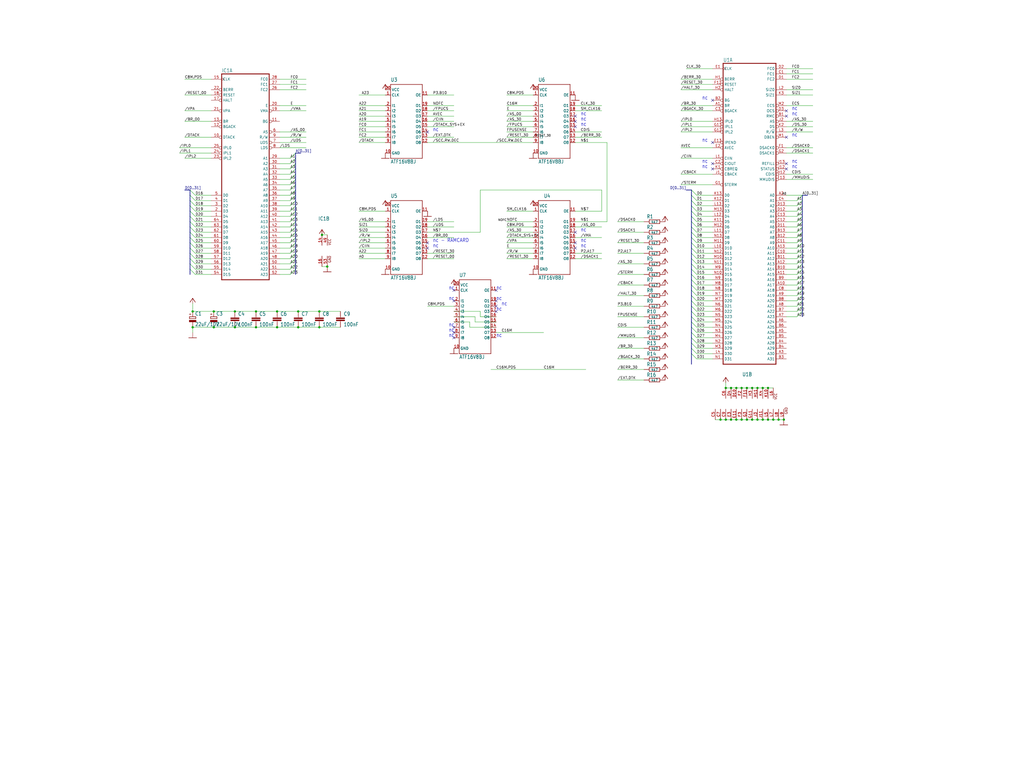
<source format=kicad_sch>
(kicad_sch (version 20250114) (generator "eeschema") (generator_version "9.0")
  (paper "User" 492.76 365.735)
  (text "nc" (at 279.4 58.42 0) (effects (font (size 1.778 1.5113)) (justify left bottom)))
  (text "nc" (at 279.4 119.38 0) (effects (font (size 1.778 1.5113)) (justify left bottom)))
  (text "nc" (at 215.9 144.78 0) (effects (font (size 1.778 1.5113)) (justify left bottom)))
  (text "nc" (at 337.82 48.26 0) (effects (font (size 1.778 1.5113)) (justify left bottom)))
  (text "nc" (at 215.9 160.02 0) (effects (font (size 1.778 1.5113)) (justify left bottom)))
  (text "nc" (at 381 53.34 0) (effects (font (size 1.778 1.5113)) (justify left bottom)))
  (text "nc" (at 381 66.04 0) (effects (font (size 1.778 1.5113)) (justify left bottom)))
  (text "nc" (at 208.28 119.38 0) (effects (font (size 1.778 1.5113)) (justify left bottom)))
  (text "nc" (at 337.82 81.28 0) (effects (font (size 1.778 1.5113)) (justify left bottom)))
  (text "nc" (at 337.82 68.58 0) (effects (font (size 1.778 1.5113)) (justify left bottom)))
  (text "nc" (at 208.28 63.5 0) (effects (font (size 1.778 1.5113)) (justify left bottom)))
  (text "nc" (at 279.4 55.88 0) (effects (font (size 1.778 1.5113)) (justify left bottom)))
  (text "nc" (at 215.9 139.7 0) (effects (font (size 1.778 1.5113)) (justify left bottom)))
  (text "nc" (at 337.82 78.74 0) (effects (font (size 1.778 1.5113)) (justify left bottom)))
  (text "nc" (at 215.9 157.48 0) (effects (font (size 1.778 1.5113)) (justify left bottom)))
  (text "nc - RAMCARD" (at 208.28 116.84 0) (effects (font (size 1.778 1.5113)) (justify left bottom)))
  (text "nc" (at 279.4 60.96 0) (effects (font (size 1.778 1.5113)) (justify left bottom)))
  (text "nc" (at 238.76 139.7 0) (effects (font (size 1.778 1.5113)) (justify left bottom)))
  (text "nc" (at 279.4 116.84 0) (effects (font (size 1.778 1.5113)) (justify left bottom)))
  (text "nc" (at 381 78.74 0) (effects (font (size 1.778 1.5113)) (justify left bottom)))
  (text "nc" (at 238.76 144.78 0) (effects (font (size 1.778 1.5113)) (justify left bottom)))
  (text "nc" (at 381 55.88 0) (effects (font (size 1.778 1.5113)) (justify left bottom)))
  (text "nc" (at 279.4 111.76 0) (effects (font (size 1.778 1.5113)) (justify left bottom)))
  (text "nc" (at 238.76 162.56 0) (effects (font (size 1.778 1.5113)) (justify left bottom)))
  (text "nc" (at 238.76 149.86 0) (effects (font (size 1.778 1.5113)) (justify left bottom)))
  (text "nc" (at 241.3 147.32 0) (effects (font (size 1.778 1.5113)) (justify left bottom)))
  (text "nc" (at 381 81.28 0) (effects (font (size 1.778 1.5113)) (justify left bottom)))
  (text "nc" (at 215.9 162.56 0) (effects (font (size 1.778 1.5113)) (justify left bottom)))
  (junction (at 369.57 186.69))
  (junction (at 359.41 201.93))
  (junction (at 349.25 201.93))
  (junction (at 367.03 201.93))
  (junction (at 123.19 157.48))
  (junction (at 364.49 201.93))
  (junction (at 361.95 201.93))
  (junction (at 92.71 157.48))
  (junction (at 369.57 201.93))
  (junction (at 356.87 201.93))
  (junction (at 361.95 186.69))
  (junction (at 377.19 201.93))
  (junction (at 143.51 157.48))
  (junction (at 359.41 186.69))
  (junction (at 351.79 201.93))
  (junction (at 354.33 201.93))
  (junction (at 349.25 186.69))
  (junction (at 154.94 113.03))
  (junction (at 153.67 149.86))
  (junction (at 143.51 149.86))
  (junction (at 351.79 186.69))
  (junction (at 374.65 201.93))
  (junction (at 123.19 149.86))
  (junction (at 133.35 157.48))
  (junction (at 113.03 149.86))
  (junction (at 346.71 201.93))
  (junction (at 102.87 157.48))
  (junction (at 153.67 157.48))
  (junction (at 364.49 186.69))
  (junction (at 92.71 149.86))
  (junction (at 157.48 128.27))
  (junction (at 372.11 201.93))
  (junction (at 356.87 186.69))
  (junction (at 367.03 186.69))
  (junction (at 133.35 149.86))
  (junction (at 113.03 157.48))
  (junction (at 354.33 186.69))
  (junction (at 102.87 149.86))
  (no_connect (at 218.44 139.7))
  (no_connect (at 218.44 162.56))
  (no_connect (at 276.86 58.42))
  (no_connect (at 238.76 139.7))
  (no_connect (at 276.86 60.96))
  (no_connect (at 238.76 147.32))
  (no_connect (at 342.9 48.26))
  (no_connect (at 276.86 55.88))
  (no_connect (at 205.74 119.38))
  (no_connect (at 378.46 81.28))
  (no_connect (at 205.74 63.5))
  (no_connect (at 378.46 55.88))
  (no_connect (at 218.44 160.02))
  (no_connect (at 238.76 144.78))
  (no_connect (at 276.86 111.76))
  (no_connect (at 378.46 78.74))
  (no_connect (at 218.44 144.78))
  (no_connect (at 276.86 119.38))
  (no_connect (at 238.76 149.86))
  (no_connect (at 342.9 68.58))
  (no_connect (at 342.9 81.28))
  (no_connect (at 378.46 53.34))
  (no_connect (at 218.44 157.48))
  (no_connect (at 378.46 66.04))
  (no_connect (at 342.9 78.74))
  (no_connect (at 205.74 116.84))
  (no_connect (at 276.86 116.84))
  (bus_entry (at 93.98 99.06) (size -2.54 -2.54))
  (bus_entry (at 335.28 172.72) (size -2.54 -2.54))
  (bus_entry (at 335.28 149.86) (size -2.54 -2.54))
  (bus_entry (at 335.28 154.94) (size -2.54 -2.54))
  (bus_entry (at 139.7 124.46) (size 2.54 -2.54))
  (bus_entry (at 383.54 96.52) (size 2.54 -2.54))
  (bus_entry (at 139.7 101.6) (size 2.54 -2.54))
  (bus_entry (at 335.28 165.1) (size -2.54 -2.54))
  (bus_entry (at 139.7 106.68) (size 2.54 -2.54))
  (bus_entry (at 139.7 93.98) (size 2.54 -2.54))
  (bus_entry (at 383.54 142.24) (size 2.54 -2.54))
  (bus_entry (at 139.7 114.3) (size 2.54 -2.54))
  (bus_entry (at 335.28 109.22) (size -2.54 -2.54))
  (bus_entry (at 139.7 81.28) (size 2.54 -2.54))
  (bus_entry (at 93.98 127) (size -2.54 -2.54))
  (bus_entry (at 383.54 134.62) (size 2.54 -2.54))
  (bus_entry (at 383.54 152.4) (size 2.54 -2.54))
  (bus_entry (at 139.7 96.52) (size 2.54 -2.54))
  (bus_entry (at 93.98 124.46) (size -2.54 -2.54))
  (bus_entry (at 383.54 149.86) (size 2.54 -2.54))
  (bus_entry (at 93.98 132.08) (size -2.54 -2.54))
  (bus_entry (at 139.7 127) (size 2.54 -2.54))
  (bus_entry (at 335.28 170.18) (size -2.54 -2.54))
  (bus_entry (at 383.54 127) (size 2.54 -2.54))
  (bus_entry (at 383.54 109.22) (size 2.54 -2.54))
  (bus_entry (at 335.28 167.64) (size -2.54 -2.54))
  (bus_entry (at 335.28 129.54) (size -2.54 -2.54))
  (bus_entry (at 335.28 111.76) (size -2.54 -2.54))
  (bus_entry (at 383.54 104.14) (size 2.54 -2.54))
  (bus_entry (at 335.28 137.16) (size -2.54 -2.54))
  (bus_entry (at 383.54 139.7) (size 2.54 -2.54))
  (bus_entry (at 139.7 119.38) (size 2.54 -2.54))
  (bus_entry (at 335.28 134.62) (size -2.54 -2.54))
  (bus_entry (at 383.54 111.76) (size 2.54 -2.54))
  (bus_entry (at 139.7 132.08) (size 2.54 -2.54))
  (bus_entry (at 383.54 116.84) (size 2.54 -2.54))
  (bus_entry (at 139.7 109.22) (size 2.54 -2.54))
  (bus_entry (at 383.54 144.78) (size 2.54 -2.54))
  (bus_entry (at 93.98 111.76) (size -2.54 -2.54))
  (bus_entry (at 335.28 93.98) (size -2.54 -2.54))
  (bus_entry (at 335.28 124.46) (size -2.54 -2.54))
  (bus_entry (at 335.28 106.68) (size -2.54 -2.54))
  (bus_entry (at 383.54 106.68) (size 2.54 -2.54))
  (bus_entry (at 93.98 109.22) (size -2.54 -2.54))
  (bus_entry (at 383.54 119.38) (size 2.54 -2.54))
  (bus_entry (at 139.7 129.54) (size 2.54 -2.54))
  (bus_entry (at 335.28 101.6) (size -2.54 -2.54))
  (bus_entry (at 335.28 157.48) (size -2.54 -2.54))
  (bus_entry (at 93.98 114.3) (size -2.54 -2.54))
  (bus_entry (at 335.28 119.38) (size -2.54 -2.54))
  (bus_entry (at 139.7 88.9) (size 2.54 -2.54))
  (bus_entry (at 383.54 124.46) (size 2.54 -2.54))
  (bus_entry (at 335.28 116.84) (size -2.54 -2.54))
  (bus_entry (at 139.7 99.06) (size 2.54 -2.54))
  (bus_entry (at 335.28 142.24) (size -2.54 -2.54))
  (bus_entry (at 139.7 86.36) (size 2.54 -2.54))
  (bus_entry (at 335.28 99.06) (size -2.54 -2.54))
  (bus_entry (at 335.28 162.56) (size -2.54 -2.54))
  (bus_entry (at 93.98 119.38) (size -2.54 -2.54))
  (bus_entry (at 383.54 99.06) (size 2.54 -2.54))
  (bus_entry (at 383.54 132.08) (size 2.54 -2.54))
  (bus_entry (at 335.28 132.08) (size -2.54 -2.54))
  (bus_entry (at 139.7 104.14) (size 2.54 -2.54))
  (bus_entry (at 93.98 129.54) (size -2.54 -2.54))
  (bus_entry (at 335.28 144.78) (size -2.54 -2.54))
  (bus_entry (at 383.54 137.16) (size 2.54 -2.54))
  (bus_entry (at 139.7 83.82) (size 2.54 -2.54))
  (bus_entry (at 335.28 121.92) (size -2.54 -2.54))
  (bus_entry (at 93.98 96.52) (size -2.54 -2.54))
  (bus_entry (at 93.98 106.68) (size -2.54 -2.54))
  (bus_entry (at 335.28 152.4) (size -2.54 -2.54))
  (bus_entry (at 335.28 96.52) (size -2.54 -2.54))
  (bus_entry (at 335.28 104.14) (size -2.54 -2.54))
  (bus_entry (at 383.54 101.6) (size 2.54 -2.54))
  (bus_entry (at 383.54 114.3) (size 2.54 -2.54))
  (bus_entry (at 335.28 127) (size -2.54 -2.54))
  (bus_entry (at 383.54 147.32) (size 2.54 -2.54))
  (bus_entry (at 335.28 160.02) (size -2.54 -2.54))
  (bus_entry (at 93.98 104.14) (size -2.54 -2.54))
  (bus_entry (at 139.7 76.2) (size 2.54 -2.54))
  (bus_entry (at 139.7 111.76) (size 2.54 -2.54))
  (bus_entry (at 383.54 121.92) (size 2.54 -2.54))
  (bus_entry (at 139.7 91.44) (size 2.54 -2.54))
  (bus_entry (at 335.28 147.32) (size -2.54 -2.54))
  (bus_entry (at 139.7 78.74) (size 2.54 -2.54))
  (bus_entry (at 139.7 121.92) (size 2.54 -2.54))
  (bus_entry (at 383.54 129.54) (size 2.54 -2.54))
  (bus_entry (at 93.98 121.92) (size -2.54 -2.54))
  (bus_entry (at 93.98 93.98) (size -2.54 -2.54))
  (bus_entry (at 93.98 116.84) (size -2.54 -2.54))
  (bus_entry (at 335.28 139.7) (size -2.54 -2.54))
  (bus_entry (at 93.98 101.6) (size -2.54 -2.54))
  (bus_entry (at 139.7 116.84) (size 2.54 -2.54))
  (bus_entry (at 335.28 114.3) (size -2.54 -2.54))
  (wire (pts (xy 378.46 101.6) (xy 383.54 101.6)))
  (wire (pts (xy 133.35 157.48) (xy 143.51 157.48)))
  (wire (pts (xy 342.9 119.38) (xy 335.28 119.38)))
  (wire (pts (xy 102.87 149.86) (xy 113.03 149.86)))
  (wire (pts (xy 292.1 106.68) (xy 276.86 106.68)))
  (bus (pts (xy 386.08 101.6) (xy 386.08 104.14)))
  (wire (pts (xy 185.42 66.04) (xy 172.72 66.04)))
  (wire (pts (xy 205.74 121.92) (xy 218.44 121.92)))
  (wire (pts (xy 378.46 137.16) (xy 383.54 137.16)))
  (bus (pts (xy 386.08 104.14) (xy 386.08 106.68)))
  (wire (pts (xy 134.62 127) (xy 139.7 127)))
  (bus (pts (xy 91.44 116.84) (xy 91.44 119.38)))
  (wire (pts (xy 256.54 66.04) (xy 243.84 66.04)))
  (wire (pts (xy 101.6 96.52) (xy 93.98 96.52)))
  (wire (pts (xy 342.9 170.18) (xy 335.28 170.18)))
  (wire (pts (xy 102.87 157.48) (xy 113.03 157.48)))
  (wire (pts (xy 92.71 149.86) (xy 102.87 149.86)))
  (wire (pts (xy 378.46 83.82) (xy 391.16 83.82)))
  (bus (pts (xy 332.74 124.46) (xy 332.74 127)))
  (wire (pts (xy 342.9 121.92) (xy 335.28 121.92)))
  (wire (pts (xy 92.71 146.05) (xy 92.71 149.86)))
  (wire (pts (xy 378.46 149.86) (xy 383.54 149.86)))
  (bus (pts (xy 142.24 91.44) (xy 142.24 93.98)))
  (wire (pts (xy 367.03 186.69) (xy 369.57 186.69)))
  (wire (pts (xy 147.32 38.1) (xy 134.62 38.1)))
  (wire (pts (xy 276.86 124.46) (xy 289.56 124.46)))
  (wire (pts (xy 101.6 124.46) (xy 93.98 124.46)))
  (wire (pts (xy 289.56 101.6) (xy 276.86 101.6)))
  (wire (pts (xy 342.9 142.24) (xy 335.28 142.24)))
  (wire (pts (xy 134.62 68.58) (xy 147.32 68.58)))
  (wire (pts (xy 342.9 139.7) (xy 335.28 139.7)))
  (bus (pts (xy 142.24 111.76) (xy 142.24 114.3)))
  (wire (pts (xy 185.42 111.76) (xy 172.72 111.76)))
  (bus (pts (xy 332.74 152.4) (xy 332.74 154.94)))
  (wire (pts (xy 101.6 53.34) (xy 88.9 53.34)))
  (bus (pts (xy 386.08 124.46) (xy 386.08 127)))
  (wire (pts (xy 218.44 124.46) (xy 205.74 124.46)))
  (wire (pts (xy 185.42 45.72) (xy 172.72 45.72)))
  (bus (pts (xy 386.08 144.78) (xy 386.08 147.32)))
  (bus (pts (xy 386.08 99.06) (xy 386.08 101.6)))
  (wire (pts (xy 342.9 152.4) (xy 335.28 152.4)))
  (bus (pts (xy 386.08 134.62) (xy 386.08 137.16)))
  (bus (pts (xy 332.74 119.38) (xy 332.74 121.92)))
  (wire (pts (xy 342.9 137.16) (xy 335.28 137.16)))
  (wire (pts (xy 309.88 111.76) (xy 297.18 111.76)))
  (wire (pts (xy 374.65 201.93) (xy 377.19 201.93)))
  (wire (pts (xy 378.46 109.22) (xy 383.54 109.22)))
  (wire (pts (xy 134.62 116.84) (xy 139.7 116.84)))
  (bus (pts (xy 91.44 109.22) (xy 91.44 111.76)))
  (wire (pts (xy 134.62 104.14) (xy 139.7 104.14)))
  (bus (pts (xy 142.24 116.84) (xy 142.24 119.38)))
  (wire (pts (xy 351.79 186.69) (xy 354.33 186.69)))
  (wire (pts (xy 309.88 147.32) (xy 297.18 147.32)))
  (bus (pts (xy 332.74 114.3) (xy 332.74 116.84)))
  (wire (pts (xy 218.44 53.34) (xy 205.74 53.34)))
  (wire (pts (xy 185.42 50.8) (xy 172.72 50.8)))
  (wire (pts (xy 101.6 116.84) (xy 93.98 116.84)))
  (bus (pts (xy 386.08 114.3) (xy 386.08 116.84)))
  (wire (pts (xy 391.16 33.02) (xy 378.46 33.02)))
  (wire (pts (xy 205.74 66.04) (xy 218.44 66.04)))
  (wire (pts (xy 342.9 53.34) (xy 327.66 53.34)))
  (bus (pts (xy 386.08 142.24) (xy 386.08 144.78)))
  (wire (pts (xy 342.9 106.68) (xy 335.28 106.68)))
  (bus (pts (xy 332.74 96.52) (xy 332.74 99.06)))
  (wire (pts (xy 113.03 149.86) (xy 123.19 149.86)))
  (bus (pts (xy 386.08 111.76) (xy 386.08 114.3)))
  (bus (pts (xy 332.74 137.16) (xy 332.74 139.7)))
  (wire (pts (xy 153.67 149.86) (xy 163.83 149.86)))
  (bus (pts (xy 386.08 139.7) (xy 386.08 142.24)))
  (wire (pts (xy 342.9 33.02) (xy 330.2 33.02)))
  (wire (pts (xy 342.9 129.54) (xy 335.28 129.54)))
  (bus (pts (xy 388.62 93.98) (xy 386.08 93.98)))
  (bus (pts (xy 142.24 127) (xy 142.24 129.54)))
  (wire (pts (xy 134.62 124.46) (xy 139.7 124.46)))
  (bus (pts (xy 142.24 109.22) (xy 142.24 111.76)))
  (bus (pts (xy 91.44 121.92) (xy 91.44 124.46)))
  (wire (pts (xy 378.46 71.12) (xy 391.16 71.12)))
  (wire (pts (xy 205.74 55.88) (xy 218.44 55.88)))
  (wire (pts (xy 147.32 43.18) (xy 134.62 43.18)))
  (wire (pts (xy 297.18 132.08) (xy 309.88 132.08)))
  (wire (pts (xy 346.71 201.93) (xy 349.25 201.93)))
  (bus (pts (xy 332.74 154.94) (xy 332.74 157.48)))
  (bus (pts (xy 142.24 88.9) (xy 142.24 91.44)))
  (wire (pts (xy 378.46 134.62) (xy 383.54 134.62)))
  (bus (pts (xy 91.44 124.46) (xy 91.44 127)))
  (wire (pts (xy 134.62 106.68) (xy 139.7 106.68)))
  (wire (pts (xy 276.86 114.3) (xy 289.56 114.3)))
  (bus (pts (xy 332.74 93.98) (xy 332.74 96.52)))
  (wire (pts (xy 276.86 63.5) (xy 289.56 63.5)))
  (wire (pts (xy 297.18 167.64) (xy 309.88 167.64)))
  (wire (pts (xy 101.6 132.08) (xy 93.98 132.08)))
  (wire (pts (xy 134.62 96.52) (xy 139.7 96.52)))
  (wire (pts (xy 134.62 129.54) (xy 139.7 129.54)))
  (wire (pts (xy 101.6 111.76) (xy 93.98 111.76)))
  (bus (pts (xy 142.24 93.98) (xy 142.24 96.52)))
  (bus (pts (xy 332.74 157.48) (xy 332.74 160.02)))
  (wire (pts (xy 205.74 50.8) (xy 218.44 50.8)))
  (wire (pts (xy 134.62 101.6) (xy 139.7 101.6)))
  (wire (pts (xy 364.49 201.93) (xy 367.03 201.93)))
  (wire (pts (xy 378.46 124.46) (xy 383.54 124.46)))
  (wire (pts (xy 342.9 104.14) (xy 335.28 104.14)))
  (wire (pts (xy 327.66 40.64) (xy 342.9 40.64)))
  (bus (pts (xy 142.24 121.92) (xy 142.24 124.46)))
  (wire (pts (xy 361.95 201.93) (xy 364.49 201.93)))
  (bus (pts (xy 332.74 109.22) (xy 332.74 111.76)))
  (wire (pts (xy 101.6 106.68) (xy 93.98 106.68)))
  (wire (pts (xy 231.14 149.86) (xy 231.14 152.4)))
  (wire (pts (xy 134.62 53.34) (xy 147.32 53.34)))
  (wire (pts (xy 342.9 172.72) (xy 335.28 172.72)))
  (wire (pts (xy 378.46 93.98) (xy 386.08 93.98)))
  (wire (pts (xy 256.54 109.22) (xy 243.84 109.22)))
  (wire (pts (xy 236.22 177.8) (xy 281.94 177.8)))
  (wire (pts (xy 205.74 114.3) (xy 218.44 114.3)))
  (wire (pts (xy 218.44 154.94) (xy 226.06 154.94)))
  (bus (pts (xy 386.08 116.84) (xy 386.08 119.38)))
  (wire (pts (xy 378.46 50.8) (xy 391.16 50.8)))
  (bus (pts (xy 144.78 73.66) (xy 142.24 73.66)))
  (bus (pts (xy 332.74 121.92) (xy 332.74 124.46)))
  (wire (pts (xy 354.33 186.69) (xy 356.87 186.69)))
  (wire (pts (xy 297.18 121.92) (xy 309.88 121.92)))
  (wire (pts (xy 185.42 101.6) (xy 172.72 101.6)))
  (wire (pts (xy 276.86 121.92) (xy 289.56 121.92)))
  (wire (pts (xy 185.42 60.96) (xy 172.72 60.96)))
  (wire (pts (xy 327.66 58.42) (xy 342.9 58.42)))
  (wire (pts (xy 231.14 111.76) (xy 231.14 91.44)))
  (wire (pts (xy 134.62 114.3) (xy 139.7 114.3)))
  (wire (pts (xy 134.62 88.9) (xy 139.7 88.9)))
  (bus (pts (xy 91.44 106.68) (xy 91.44 109.22)))
  (wire (pts (xy 276.86 66.04) (xy 289.56 66.04)))
  (bus (pts (xy 332.74 134.62) (xy 332.74 137.16)))
  (wire (pts (xy 378.46 127) (xy 383.54 127)))
  (bus (pts (xy 91.44 114.3) (xy 91.44 116.84)))
  (bus (pts (xy 91.44 101.6) (xy 91.44 104.14)))
  (wire (pts (xy 344.17 201.93) (xy 346.71 201.93)))
  (wire (pts (xy 205.74 68.58) (xy 256.54 68.58)))
  (wire (pts (xy 185.42 53.34) (xy 172.72 53.34)))
  (wire (pts (xy 342.9 76.2) (xy 327.66 76.2)))
  (wire (pts (xy 113.03 157.48) (xy 123.19 157.48)))
  (wire (pts (xy 378.46 104.14) (xy 383.54 104.14)))
  (bus (pts (xy 91.44 99.06) (xy 91.44 101.6)))
  (bus (pts (xy 91.44 129.54) (xy 91.44 132.08)))
  (bus (pts (xy 91.44 104.14) (xy 91.44 106.68)))
  (bus (pts (xy 142.24 114.3) (xy 142.24 116.84)))
  (wire (pts (xy 134.62 76.2) (xy 139.7 76.2)))
  (wire (pts (xy 134.62 109.22) (xy 139.7 109.22)))
  (bus (pts (xy 332.74 142.24) (xy 332.74 144.78)))
  (wire (pts (xy 378.46 139.7) (xy 383.54 139.7)))
  (wire (pts (xy 378.46 114.3) (xy 383.54 114.3)))
  (wire (pts (xy 356.87 186.69) (xy 359.41 186.69)))
  (wire (pts (xy 101.6 76.2) (xy 88.9 76.2)))
  (wire (pts (xy 367.03 201.93) (xy 369.57 201.93)))
  (wire (pts (xy 101.6 99.06) (xy 93.98 99.06)))
  (wire (pts (xy 369.57 201.93) (xy 372.11 201.93)))
  (wire (pts (xy 231.14 111.76) (xy 205.74 111.76)))
  (wire (pts (xy 185.42 68.58) (xy 172.72 68.58)))
  (bus (pts (xy 142.24 73.66) (xy 142.24 76.2)))
  (wire (pts (xy 342.9 127) (xy 335.28 127)))
  (bus (pts (xy 386.08 109.22) (xy 386.08 111.76)))
  (wire (pts (xy 378.46 106.68) (xy 383.54 106.68)))
  (wire (pts (xy 342.9 38.1) (xy 327.66 38.1)))
  (wire (pts (xy 391.16 38.1) (xy 378.46 38.1)))
  (bus (pts (xy 332.74 165.1) (xy 332.74 167.64)))
  (wire (pts (xy 153.67 157.48) (xy 163.83 157.48)))
  (bus (pts (xy 332.74 132.08) (xy 332.74 134.62)))
  (wire (pts (xy 378.46 45.72) (xy 391.16 45.72)))
  (wire (pts (xy 154.94 128.27) (xy 157.48 128.27)))
  (wire (pts (xy 101.6 38.1) (xy 88.9 38.1)))
  (bus (pts (xy 386.08 137.16) (xy 386.08 139.7)))
  (wire (pts (xy 147.32 50.8) (xy 134.62 50.8)))
  (wire (pts (xy 349.25 184.15) (xy 349.25 186.69)))
  (wire (pts (xy 101.6 104.14) (xy 93.98 104.14)))
  (wire (pts (xy 185.42 55.88) (xy 172.72 55.88)))
  (wire (pts (xy 228.6 154.94) (xy 238.76 154.94)))
  (bus (pts (xy 142.24 81.28) (xy 142.24 83.82)))
  (bus (pts (xy 91.44 119.38) (xy 91.44 121.92)))
  (wire (pts (xy 378.46 73.66) (xy 391.16 73.66)))
  (wire (pts (xy 101.6 45.72) (xy 88.9 45.72)))
  (bus (pts (xy 386.08 147.32) (xy 386.08 149.86)))
  (bus (pts (xy 386.08 96.52) (xy 386.08 99.06)))
  (wire (pts (xy 342.9 93.98) (xy 335.28 93.98)))
  (wire (pts (xy 134.62 132.08) (xy 139.7 132.08)))
  (wire (pts (xy 231.14 152.4) (xy 238.76 152.4)))
  (wire (pts (xy 378.46 132.08) (xy 383.54 132.08)))
  (bus (pts (xy 332.74 106.68) (xy 332.74 109.22)))
  (wire (pts (xy 243.84 106.68) (xy 256.54 106.68)))
  (bus (pts (xy 332.74 116.84) (xy 332.74 119.38)))
  (bus (pts (xy 332.74 91.44) (xy 332.74 93.98)))
  (wire (pts (xy 297.18 127) (xy 309.88 127)))
  (wire (pts (xy 134.62 121.92) (xy 139.7 121.92)))
  (wire (pts (xy 378.46 60.96) (xy 391.16 60.96)))
  (bus (pts (xy 332.74 111.76) (xy 332.74 114.3)))
  (bus (pts (xy 386.08 127) (xy 386.08 129.54)))
  (wire (pts (xy 309.88 106.68) (xy 297.18 106.68)))
  (wire (pts (xy 378.46 86.36) (xy 391.16 86.36)))
  (wire (pts (xy 378.46 111.76) (xy 383.54 111.76)))
  (wire (pts (xy 134.62 119.38) (xy 139.7 119.38)))
  (wire (pts (xy 378.46 142.24) (xy 383.54 142.24)))
  (wire (pts (xy 143.51 157.48) (xy 153.67 157.48)))
  (wire (pts (xy 256.54 116.84) (xy 243.84 116.84)))
  (wire (pts (xy 378.46 116.84) (xy 383.54 116.84)))
  (wire (pts (xy 309.88 157.48) (xy 297.18 157.48)))
  (wire (pts (xy 185.42 119.38) (xy 172.72 119.38)))
  (wire (pts (xy 256.54 50.8) (xy 243.84 50.8)))
  (wire (pts (xy 342.9 83.82) (xy 327.66 83.82)))
  (bus (pts (xy 386.08 93.98) (xy 386.08 96.52)))
  (wire (pts (xy 378.46 99.06) (xy 383.54 99.06)))
  (wire (pts (xy 256.54 111.76) (xy 243.84 111.76)))
  (wire (pts (xy 342.9 157.48) (xy 335.28 157.48)))
  (wire (pts (xy 134.62 81.28) (xy 139.7 81.28)))
  (wire (pts (xy 292.1 68.58) (xy 292.1 106.68)))
  (bus (pts (xy 91.44 93.98) (xy 91.44 96.52)))
  (wire (pts (xy 342.9 63.5) (xy 327.66 63.5)))
  (wire (pts (xy 378.46 152.4) (xy 383.54 152.4)))
  (wire (pts (xy 134.62 78.74) (xy 139.7 78.74)))
  (wire (pts (xy 342.9 147.32) (xy 335.28 147.32)))
  (wire (pts (xy 218.44 45.72) (xy 205.74 45.72)))
  (wire (pts (xy 297.18 177.8) (xy 309.88 177.8)))
  (bus (pts (xy 386.08 106.68) (xy 386.08 109.22)))
  (wire (pts (xy 101.6 129.54) (xy 93.98 129.54)))
  (wire (pts (xy 226.06 157.48) (xy 238.76 157.48)))
  (bus (pts (xy 332.74 139.7) (xy 332.74 142.24)))
  (wire (pts (xy 297.18 152.4) (xy 309.88 152.4)))
  (bus (pts (xy 386.08 132.08) (xy 386.08 134.62)))
  (wire (pts (xy 185.42 63.5) (xy 172.72 63.5)))
  (bus (pts (xy 88.9 91.44) (xy 91.44 91.44)))
  (wire (pts (xy 256.54 45.72) (xy 243.84 45.72)))
  (bus (pts (xy 142.24 104.14) (xy 142.24 106.68)))
  (wire (pts (xy 359.41 201.93) (xy 361.95 201.93)))
  (wire (pts (xy 256.54 63.5) (xy 243.84 63.5)))
  (bus (pts (xy 332.74 160.02) (xy 332.74 162.56)))
  (wire (pts (xy 342.9 111.76) (xy 335.28 111.76)))
  (bus (pts (xy 142.24 99.06) (xy 142.24 101.6)))
  (wire (pts (xy 101.6 93.98) (xy 93.98 93.98)))
  (wire (pts (xy 356.87 201.93) (xy 359.41 201.93)))
  (wire (pts (xy 342.9 50.8) (xy 327.66 50.8)))
  (wire (pts (xy 134.62 99.06) (xy 139.7 99.06)))
  (wire (pts (xy 147.32 66.04) (xy 134.62 66.04)))
  (wire (pts (xy 218.44 147.32) (xy 205.74 147.32)))
  (wire (pts (xy 297.18 142.24) (xy 309.88 142.24)))
  (bus (pts (xy 332.74 144.78) (xy 332.74 147.32)))
  (bus (pts (xy 142.24 124.46) (xy 142.24 127)))
  (wire (pts (xy 92.71 157.48) (xy 102.87 157.48)))
  (bus (pts (xy 332.74 162.56) (xy 332.74 165.1)))
  (wire (pts (xy 349.25 201.93) (xy 351.79 201.93)))
  (wire (pts (xy 342.9 154.94) (xy 335.28 154.94)))
  (bus (pts (xy 332.74 167.64) (xy 332.74 170.18)))
  (bus (pts (xy 332.74 101.6) (xy 332.74 104.14)))
  (wire (pts (xy 342.9 134.62) (xy 335.28 134.62)))
  (bus (pts (xy 142.24 78.74) (xy 142.24 81.28)))
  (wire (pts (xy 342.9 162.56) (xy 335.28 162.56)))
  (bus (pts (xy 91.44 111.76) (xy 91.44 114.3)))
  (wire (pts (xy 123.19 157.48) (xy 133.35 157.48)))
  (bus (pts (xy 91.44 127) (xy 91.44 129.54)))
  (wire (pts (xy 134.62 93.98) (xy 139.7 93.98)))
  (wire (pts (xy 276.86 53.34) (xy 289.56 53.34)))
  (wire (pts (xy 354.33 201.93) (xy 356.87 201.93)))
  (wire (pts (xy 391.16 35.56) (xy 378.46 35.56)))
  (bus (pts (xy 142.24 101.6) (xy 142.24 104.14)))
  (wire (pts (xy 359.41 186.69) (xy 361.95 186.69)))
  (bus (pts (xy 386.08 129.54) (xy 386.08 132.08)))
  (wire (pts (xy 342.9 144.78) (xy 335.28 144.78)))
  (wire (pts (xy 218.44 152.4) (xy 228.6 152.4)))
  (wire (pts (xy 123.19 149.86) (xy 133.35 149.86)))
  (wire (pts (xy 185.42 106.68) (xy 172.72 106.68)))
  (wire (pts (xy 101.6 119.38) (xy 93.98 119.38)))
  (wire (pts (xy 218.44 58.42) (xy 205.74 58.42)))
  (wire (pts (xy 185.42 114.3) (xy 172.72 114.3)))
  (wire (pts (xy 101.6 101.6) (xy 93.98 101.6)))
  (wire (pts (xy 101.6 127) (xy 93.98 127)))
  (wire (pts (xy 342.9 124.46) (xy 335.28 124.46)))
  (bus (pts (xy 332.74 91.44) (xy 330.2 91.44)))
  (wire (pts (xy 342.9 114.3) (xy 335.28 114.3)))
  (wire (pts (xy 256.54 58.42) (xy 243.84 58.42)))
  (wire (pts (xy 101.6 114.3) (xy 93.98 114.3)))
  (wire (pts (xy 226.06 154.94) (xy 226.06 157.48)))
  (wire (pts (xy 134.62 86.36) (xy 139.7 86.36)))
  (bus (pts (xy 142.24 96.52) (xy 142.24 99.06)))
  (wire (pts (xy 101.6 66.04) (xy 88.9 66.04)))
  (wire (pts (xy 276.86 50.8) (xy 289.56 50.8)))
  (wire (pts (xy 256.54 124.46) (xy 243.84 124.46)))
  (wire (pts (xy 342.9 165.1) (xy 335.28 165.1)))
  (wire (pts (xy 92.71 160.02) (xy 92.71 157.48)))
  (wire (pts (xy 369.57 186.69) (xy 372.11 186.69)))
  (wire (pts (xy 342.9 43.18) (xy 327.66 43.18)))
  (bus (pts (xy 332.74 127) (xy 332.74 129.54)))
  (wire (pts (xy 378.46 119.38) (xy 383.54 119.38)))
  (bus (pts (xy 386.08 119.38) (xy 386.08 121.92)))
  (wire (pts (xy 297.18 172.72) (xy 309.88 172.72)))
  (wire (pts (xy 205.74 106.68) (xy 218.44 106.68)))
  (wire (pts (xy 256.54 55.88) (xy 243.84 55.88)))
  (wire (pts (xy 378.46 129.54) (xy 383.54 129.54)))
  (wire (pts (xy 364.49 186.69) (xy 367.03 186.69)))
  (wire (pts (xy 185.42 124.46) (xy 172.72 124.46)))
  (wire (pts (xy 297.18 182.88) (xy 309.88 182.88)))
  (wire (pts (xy 342.9 71.12) (xy 327.66 71.12)))
  (wire (pts (xy 342.9 96.52) (xy 335.28 96.52)))
  (bus (pts (xy 142.24 76.2) (xy 142.24 78.74)))
  (wire (pts (xy 378.46 144.78) (xy 383.54 144.78)))
  (wire (pts (xy 218.44 149.86) (xy 231.14 149.86)))
  (bus (pts (xy 142.24 106.68) (xy 142.24 109.22)))
  (wire (pts (xy 134.62 83.82) (xy 139.7 83.82)))
  (wire (pts (xy 351.79 201.93) (xy 354.33 201.93)))
  (wire (pts (xy 205.74 60.96) (xy 218.44 60.96)))
  (bus (pts (xy 332.74 104.14) (xy 332.74 106.68)))
  (wire (pts (xy 327.66 60.96) (xy 342.9 60.96)))
  (wire (pts (xy 243.84 114.3) (xy 256.54 114.3)))
  (bus (pts (xy 332.74 149.86) (xy 332.74 152.4)))
  (wire (pts (xy 378.46 121.92) (xy 383.54 121.92)))
  (wire (pts (xy 342.9 167.64) (xy 335.28 167.64)))
  (wire (pts (xy 134.62 111.76) (xy 139.7 111.76)))
  (wire (pts (xy 378.46 43.18) (xy 391.16 43.18)))
  (wire (pts (xy 342.9 116.84) (xy 335.28 116.84)))
  (bus (pts (xy 332.74 170.18) (xy 332.74 175.26)))
  (wire (pts (xy 378.46 147.32) (xy 383.54 147.32)))
  (wire (pts (xy 378.46 63.5) (xy 391.16 63.5)))
  (wire (pts (xy 342.9 88.9) (xy 327.66 88.9)))
  (wire (pts (xy 101.6 121.92) (xy 93.98 121.92)))
  (bus (pts (xy 142.24 119.38) (xy 142.24 121.92)))
  (wire (pts (xy 342.9 132.08) (xy 335.28 132.08)))
  (wire (pts (xy 86.36 73.66) (xy 101.6 73.66)))
  (wire (pts (xy 342.9 160.02) (xy 335.28 160.02)))
  (wire (pts (xy 185.42 116.84) (xy 172.72 116.84)))
  (bus (pts (xy 142.24 83.82) (xy 142.24 86.36)))
  (wire (pts (xy 372.11 201.93) (xy 374.65 201.93)))
  (wire (pts (xy 231.14 91.44) (xy 289.56 91.44)))
  (wire (pts (xy 134.62 71.12) (xy 147.32 71.12)))
  (wire (pts (xy 134.62 91.44) (xy 139.7 91.44)))
  (wire (pts (xy 342.9 149.86) (xy 335.28 149.86)))
  (wire (pts (xy 349.25 186.69) (xy 351.79 186.69)))
  (bus (pts (xy 332.74 99.06) (xy 332.74 101.6)))
  (wire (pts (xy 228.6 152.4) (xy 228.6 154.94)))
  (wire (pts (xy 391.16 58.42) (xy 378.46 58.42)))
  (bus (pts (xy 142.24 86.36) (xy 142.24 88.9)))
  (wire (pts (xy 342.9 99.06) (xy 335.28 99.06)))
  (wire (pts (xy 309.88 116.84) (xy 297.18 116.84)))
  (wire (pts (xy 256.54 60.96) (xy 243.84 60.96)))
  (wire (pts (xy 154.94 113.03) (xy 157.48 113.03)))
  (wire (pts (xy 276.86 68.58) (xy 292.1 68.58)))
  (wire (pts (xy 297.18 137.16) (xy 309.88 137.16)))
  (wire (pts (xy 205.74 109.22) (xy 218.44 109.22)))
  (bus (pts (xy 91.44 91.44) (xy 91.44 93.98)))
  (wire (pts (xy 143.51 149.86) (xy 153.67 149.86)))
  (bus (pts (xy 332.74 129.54) (xy 332.74 132.08)))
  (bus (pts (xy 386.08 149.86) (xy 386.08 152.4)))
  (wire (pts (xy 256.54 119.38) (xy 243.84 119.38)))
  (wire (pts (xy 185.42 121.92) (xy 172.72 121.92)))
  (wire (pts (xy 147.32 40.64) (xy 134.62 40.64)))
  (wire (pts (xy 289.56 91.44) (xy 289.56 101.6)))
  (wire (pts (xy 147.32 63.5) (xy 134.62 63.5)))
  (bus (pts (xy 386.08 121.92) (xy 386.08 124.46)))
  (wire (pts (xy 256.54 53.34) (xy 243.84 53.34)))
  (bus (pts (xy 332.74 147.32) (xy 332.74 149.86)))
  (wire (pts (xy 261.62 160.02) (xy 238.76 160.02)))
  (wire (pts (xy 256.54 101.6) (xy 243.84 101.6)))
  (wire (pts (xy 88.9 58.42) (xy 101.6 58.42)))
  (wire (pts (xy 342.9 109.22) (xy 335.28 109.22)))
  (wire (pts (xy 378.46 96.52) (xy 383.54 96.52)))
  (wire (pts (xy 185.42 109.22) (xy 172.72 109.22)))
  (wire (pts (xy 361.95 186.69) (xy 364.49 186.69)))
  (wire (pts (xy 342.9 101.6) (xy 335.28 101.6)))
  (wire (pts (xy 86.36 71.12) (xy 101.6 71.12)))
  (wire (pts (xy 133.35 149.86) (xy 143.51 149.86)))
  (wire (pts (xy 101.6 109.22) (xy 93.98 109.22)))
  (wire (pts (xy 256.54 121.92) (xy 243.84 121.92)))
  (wire (pts (xy 185.42 58.42) (xy 172.72 58.42)))
  (wire (pts (xy 309.88 162.56) (xy 297.18 162.56)))
  (wire (pts (xy 276.86 109.22) (xy 289.56 109.22)))
  (bus (pts (xy 142.24 129.54) (xy 142.24 132.08)))
  (bus (pts (xy 91.44 96.52) (xy 91.44 99.06)))
  (label "FC1" (at 381 35.56 0) (effects (font (size 1.2446 1.2446))))
  (label "A13" (at 139.7 106.68 0) (effects (font (size 1.2446 1.2446))))
  (label "D28" (at 93.98 124.46 0) (effects (font (size 1.2446 1.2446))))
  (label "/BGACK_30" (at 327.66 53.34 0) (effects (font (size 1.2446 1.2446))))
  (label "/FPUCS" (at 208.28 53.34 0) (effects (font (size 1.2446 1.2446))))
  (label "A12" (at 139.7 104.14 0) (effects (font (size 1.2446 1.2446))))
  (label "/VPA" (at 243.84 116.84 0) (effects (font (size 1.2446 1.2446))))
  (label "A20" (at 172.72 55.88 0) (effects (font (size 1.2446 1.2446))))
  (label "A21" (at 383.54 147.32 0) (effects (font (size 1.2446 1.2446))))
  (label "D6" (at 335.28 109.22 0) (effects (font (size 1.2446 1.2446))))
  (label "/RESET_30" (at 208.28 121.92 0) (effects (font (size 1.2446 1.2446))))
  (label "D22" (at 93.98 109.22 0) (effects (font (size 1.2446 1.2446))))
  (label "SIZ1" (at 381 45.72 0) (effects (font (size 1.2446 1.2446))))
  (label "D30" (at 93.98 129.54 0) (effects (font (size 1.2446 1.2446))))
  (label "D5" (at 335.28 106.68 0) (effects (font (size 1.2446 1.2446))))
  (label "D28" (at 335.28 165.1 0) (effects (font (size 1.2446 1.2446))))
  (label "/DSACK1" (at 279.4 124.46 0) (effects (font (size 1.2446 1.2446))))
  (label "D4" (at 335.28 104.14 0) (effects (font (size 1.2446 1.2446))))
  (label "A19" (at 172.72 58.42 0) (effects (font (size 1.2446 1.2446))))
  (label "A3" (at 139.7 81.28 0) (effects (font (size 1.2446 1.2446))))
  (label "SIZ0" (at 381 43.18 0) (effects (font (size 1.2446 1.2446))))
  (label "D19" (at 335.28 142.24 0) (effects (font (size 1.2446 1.2446))))
  (label "/LDS" (at 208.28 106.68 0) (effects (font (size 1.2446 1.2446))))
  (label "A6" (at 383.54 109.22 0) (effects (font (size 1.2446 1.2446))))
  (label "/AS_30" (at 243.84 111.76 0) (effects (font (size 1.2446 1.2446))))
  (label "/RESET_00" (at 208.28 124.46 0) (effects (font (size 1.2446 1.2446))))
  (label "A8" (at 383.54 114.3 0) (effects (font (size 1.2446 1.2446))))
  (label "D27" (at 335.28 162.56 0) (effects (font (size 1.2446 1.2446))))
  (label "A17" (at 139.7 116.84 0) (effects (font (size 1.2446 1.2446))))
  (label "C8M.PDS" (at 205.74 147.32 0) (effects (font (size 1.2446 1.2446))))
  (label "/LDS" (at 134.62 71.12 0) (effects (font (size 1.2446 1.2446))))
  (label "A12" (at 383.54 124.46 0) (effects (font (size 1.2446 1.2446))))
  (label "D23" (at 335.28 152.4 0) (effects (font (size 1.2446 1.2446))))
  (label "ECS" (at 381 50.8 0) (effects (font (size 1.2446 1.2446))))
  (label "/R/W" (at 172.72 114.3 0) (effects (font (size 1.2446 1.2446))))
  (label "/IPL0" (at 86.36 71.12 0) (effects (font (size 1.2446 1.2446))))
  (label "A7" (at 139.7 91.44 0) (effects (font (size 1.2446 1.2446))))
  (label "N$7" (at 279.4 101.6 0) (effects (font (size 1.2446 1.2446))))
  (label "A4" (at 383.54 104.14 0) (effects (font (size 1.2446 1.2446))))
  (label "A10" (at 139.7 99.06 0) (effects (font (size 1.2446 1.2446))))
  (label "D26" (at 335.28 160.02 0) (effects (font (size 1.2446 1.2446))))
  (label "C16M.PDS" (at 238.76 177.8 0) (effects (font (size 1.2446 1.2446))))
  (label "NOFC" (at 243.84 106.68 0) (effects (font (size 1.2446 1.2446))))
  (label "A20" (at 139.7 124.46 0) (effects (font (size 1.2446 1.2446))))
  (label "P3.B10" (at 297.18 147.32 0) (effects (font (size 1.2446 1.2446))))
  (label "/BR_30" (at 327.66 50.8 0) (effects (font (size 1.2446 1.2446))))
  (label "D3" (at 335.28 101.6 0) (effects (font (size 1.2446 1.2446))))
  (label "P2.A17" (at 297.18 121.92 0) (effects (font (size 1.2446 1.2446))))
  (label "A16" (at 139.7 114.3 0) (effects (font (size 1.2446 1.2446))))
  (label "C16M" (at 261.62 177.8 0) (effects (font (size 1.2446 1.2446))))
  (label "D19" (at 93.98 101.6 0) (effects (font (size 1.2446 1.2446))))
  (label "/AS_30" (at 243.84 58.42 0) (effects (font (size 1.2446 1.2446))))
  (label "/VPA" (at 88.9 53.34 0) (effects (font (size 1.2446 1.2446))))
  (label "/DTACK_SYS+EX" (at 243.84 114.3 0) (effects (font (size 1.2446 1.2446))))
  (label "A11" (at 383.54 121.92 0) (effects (font (size 1.2446 1.2446))))
  (label "SIZ0" (at 172.72 111.76 0) (effects (font (size 1.2446 1.2446))))
  (label "/DTACK" (at 172.72 68.58 0) (effects (font (size 1.2446 1.2446))))
  (label "/VMA" (at 139.7 53.34 0) (effects (font (size 1.2446 1.2446))))
  (label "A3" (at 383.54 101.6 0) (effects (font (size 1.2446 1.2446))))
  (label "/AS_30" (at 297.18 127 0) (effects (font (size 1.2446 1.2446))))
  (label "/CIIN" (at 327.66 76.2 0) (effects (font (size 1.2446 1.2446))))
  (label "D30" (at 335.28 170.18 0) (effects (font (size 1.2446 1.2446))))
  (label "A8" (at 139.7 93.98 0) (effects (font (size 1.2446 1.2446))))
  (label "/BERR_30" (at 297.18 177.8 0) (effects (font (size 1.2446 1.2446))))
  (label "A0" (at 172.72 124.46 0) (effects (font (size 1.2446 1.2446))))
  (label "A20" (at 383.54 144.78 0) (effects (font (size 1.2446 1.2446))))
  (label "A7" (at 383.54 111.76 0) (effects (font (size 1.2446 1.2446))))
  (label "/STERM" (at 297.18 132.08 0) (effects (font (size 1.2446 1.2446))))
  (label "N$1" (at 279.4 68.58 0) (effects (font (size 1.2446 1.2446))))
  (label "A19" (at 139.7 121.92 0) (effects (font (size 1.2446 1.2446))))
  (label "A23" (at 173.99 45.72 0) (effects (font (size 1.2446 1.2446))))
  (label "A6" (at 139.7 88.9 0) (effects (font (size 1.2446 1.2446))))
  (label "/IPL1" (at 86.36 73.66 0) (effects (font (size 1.2446 1.2446))))
  (label "D7" (at 335.28 111.76 0) (effects (font (size 1.2446 1.2446))))
  (label "/IPL2" (at 88.9 76.2 0) (effects (font (size 1.2446 1.2446))))
  (label "E" (at 243.84 53.34 0) (effects (font (size 1.2446 1.2446))))
  (label "D25" (at 335.28 157.48 0) (effects (font (size 1.2446 1.2446))))
  (label "A21" (at 139.7 127 0) (effects (font (size 1.2446 1.2446))))
  (label "D16" (at 93.98 93.98 0) (effects (font (size 1.2446 1.2446))))
  (label "/FPUCS" (at 243.84 60.96 0) (effects (font (size 1.2446 1.2446))))
  (label "D27" (at 93.98 121.92 0) (effects (font (size 1.2446 1.2446))))
  (label "NOFC" (at 208.28 50.8 0) (effects (font (size 1.2446 1.2446))))
  (label "CDIS" (at 279.4 63.5 0) (effects (font (size 1.2446 1.2446))))
  (label "/UDS" (at 208.28 109.22 0) (effects (font (size 1.2446 1.2446))))
  (label "FC2" (at 139.7 43.18 0) (effects (font (size 1.2446 1.2446))))
  (label "A14" (at 383.54 129.54 0) (effects (font (size 1.2446 1.2446))))
  (label "A22" (at 172.72 121.92 0) (effects (font (size 1.2446 1.2446))))
  (label "D17" (at 335.28 137.16 0) (effects (font (size 1.2446 1.2446))))
  (label "A0" (at 378.46 93.98 180) (effects (font (size 1.016 1.016))))
  (label "E" (at 243.84 119.38 0) (effects (font (size 1.2446 1.2446))))
  (label "D11" (at 335.28 121.92 0) (effects (font (size 1.2446 1.2446))))
  (label "A22" (at 139.7 129.54 0) (effects (font (size 1.2446 1.2446))))
  (label "A5" (at 383.54 106.68 0) (effects (font (size 1.2446 1.2446))))
  (label "A15" (at 139.7 111.76 0) (effects (font (size 1.2446 1.2446))))
  (label "AVEC" (at 327.66 71.12 0) (effects (font (size 1.2446 1.2446))))
  (label "/RESET_30" (at 243.84 124.46 0) (effects (font (size 1.2446 1.2446))))
  (label "A22" (at 383.54 149.86 0) (effects (font (size 1.2446 1.2446))))
  (label "/IPL2" (at 327.66 63.5 0) (effects (font (size 1.2446 1.2446))))
  (label "/RESET_30" (at 327.66 40.64 0) (effects (font (size 1.2446 1.2446))))
  (label "/BERR_30" (at 279.4 66.04 0) (effects (font (size 1.2446 1.2446))))
  (label "A5" (at 139.7 86.36 0) (effects (font (size 1.2446 1.2446))))
  (label "A15" (at 383.54 132.08 0) (effects (font (size 1.2446 1.2446))))
  (label "/STERM" (at 327.66 88.9 0) (effects (font (size 1.2446 1.2446))))
  (label "A18" (at 383.54 139.7 0) (effects (font (size 1.2446 1.2446))))
  (label "FC0" (at 172.72 60.96 0) (effects (font (size 1.2446 1.2446))))
  (label "/DSACK0" (at 381 71.12 0) (effects (font (size 1.2446 1.2446))))
  (label "D23" (at 93.98 111.76 0) (effects (font (size 1.2446 1.2446))))
  (label "D24" (at 335.28 154.94 0) (effects (font (size 1.2446 1.2446))))
  (label "A1" (at 139.7 76.2 0) (effects (font (size 1.2446 1.2446))))
  (label "A23" (at 139.7 132.08 0) (effects (font (size 1.2446 1.2446))))
  (label "/RESET_30" (at 256.54 66.04 0) (effects (font (size 1.016 1.016))))
  (label "A4" (at 139.7 83.82 0) (effects (font (size 1.2446 1.2446))))
  (label "/BERR_30" (at 327.66 38.1 0) (effects (font (size 1.2446 1.2446))))
  (label "D12" (at 335.28 124.46 0) (effects (font (size 1.2446 1.2446))))
  (label "A22" (at 172.72 50.8 0) (effects (font (size 1.2446 1.2446))))
  (label "A2" (at 383.54 99.06 0) (effects (font (size 1.2446 1.2446))))
  (label "A23" (at 383.54 152.4 0) (effects (font (size 1.2446 1.2446))))
  (label "C16M" (at 241.3 160.02 0) (effects (font (size 1.2446 1.2446))))
  (label "D22" (at 335.28 149.86 0) (effects (font (size 1.2446 1.2446))))
  (label "/BGACK_30" (at 297.18 172.72 0) (effects (font (size 1.2446 1.2446))))
  (label "/BR_30" (at 297.18 167.64 0) (effects (font (size 1.2446 1.2446))))
  (label "A[0..31]" (at 142.24 73.66 0) (effects (font (size 1.2446 1.2446))))
  (label "FC0" (at 139.7 38.1 0) (effects (font (size 1.2446 1.2446))))
  (label "D18" (at 93.98 99.06 0) (effects (font (size 1.2446 1.2446))))
  (label "A14" (at 139.7 109.22 0) (effects (font (size 1.2446 1.2446))))
  (label "D21" (at 335.28 147.32 0) (effects (font (size 1.2446 1.2446))))
  (label "A17" (at 383.54 137.16 0) (effects (font (size 1.2446 1.2446))))
  (label "D15" (at 335.28 132.08 0) (effects (font (size 1.2446 1.2446))))
  (label "FC2" (at 172.72 66.04 0) (effects (font (size 1.2446 1.2446))))
  (label "D8" (at 335.28 114.3 0) (effects (font (size 1.2446 1.2446))))
  (label "/IPL2" (at 172.72 116.84 0) (effects (font (size 1.2446 1.2446))))
  (label "A[0..31]" (at 386.08 93.98 0) (effects (font (size 1.2446 1.2446))))
  (label "D9" (at 335.28 116.84 0) (effects (font (size 1.2446 1.2446))))
  (label "D21" (at 93.98 106.68 0) (effects (font (size 1.2446 1.2446))))
  (label "A1" (at 383.54 96.52 0) (effects (font (size 1.2446 1.2446))))
  (label "CDIS" (at 381 83.82 0) (effects (font (size 1.2446 1.2446))))
  (label "A9" (at 383.54 116.84 0) (effects (font (size 1.2446 1.2446))))
  (label "/AS_00" (at 279.4 109.22 0) (effects (font (size 1.2446 1.2446))))
  (label "D20" (at 93.98 104.14 0) (effects (font (size 1.2446 1.2446))))
  (label "/AS_30" (at 381 58.42 0) (effects (font (size 1.2446 1.2446))))
  (label "D10" (at 335.28 119.38 0) (effects (font (size 1.2446 1.2446))))
  (label "D[0..31]" (at 88.9 91.44 0) (effects (font (size 1.2446 1.2446))))
  (label "C16M" (at 243.84 50.8 0) (effects (font (size 1.2446 1.2446))))
  (label "/CBACK" (at 297.18 137.16 0) (effects (font (size 1.2446 1.2446))))
  (label "/DTACK_SYS+EX" (at 208.28 60.96 0) (effects (font (size 1.2446 1.2446))))
  (label "D18" (at 335.28 139.7 0) (effects (font (size 1.2446 1.2446))))
  (label "/RESET_30" (at 243.84 66.04 0) (effects (font (size 1.2446 1.2446))))
  (label "/DSACK1" (at 297.18 111.76 0) (effects (font (size 1.2446 1.2446))))
  (label "A2" (at 139.7 78.74 0) (effects (font (size 1.2446 1.2446))))
  (label "FC1" (at 172.72 63.5 0) (effects (font (size 1.2446 1.2446))))
  (label "/CBACK" (at 327.66 83.82 0) (effects (font (size 1.2446 1.2446))))
  (label "/R/W" (at 243.84 121.92 0) (effects (font (size 1.2446 1.2446))))
  (label "FC1" (at 139.7 40.64 0) (effects (font (size 1.2446 1.2446))))
  (label "FC0" (at 381 33.02 0) (effects (font (size 1.2446 1.2446))))
  (label "A16" (at 383.54 134.62 0) (effects (font (size 1.2446 1.2446))))
  (label "N$7" (at 208.28 111.76 0) (effects (font (size 1.2446 1.2446))))
  (label "/AS_00" (at 172.72 106.68 0) (effects (font (size 1.2446 1.2446))))
  (label "D0" (at 335.28 93.98 0) (effects (font (size 1.2446 1.2446))))
  (label "/EXT.DTK" (at 208.28 66.04 0) (effects (font (size 1.2446 1.2446))))
  (label "D31" (at 93.98 132.08 0) (effects (font (size 1.2446 1.2446))))
  (label "/DSACK1" (at 381 73.66 0) (effects (font (size 1.2446 1.2446))))
  (label "/DS_30" (at 381 60.96 0) (effects (font (size 1.2446 1.2446))))
  (label "NOFC" (at 243.84 106.68 180) (effects (font (size 1.016 1.016))))
  (label "D13" (at 335.28 127 0) (effects (font (size 1.2446 1.2446))))
  (label "/IPL0" (at 327.66 58.42 0) (effects (font (size 1.2446 1.2446))))
  (label "/R/W" (at 139.7 66.04 0) (effects (font (size 1.2446 1.2446))))
  (label "/AS_00" (at 139.7 63.5 0) (effects (font (size 1.2446 1.2446))))
  (label "C8M.PDS" (at 243.84 109.22 0) (effects (font (size 1.2446 1.2446))))
  (label "D29" (at 335.28 167.64 0) (effects (font (size 1.2446 1.2446))))
  (label "/HALT_30" (at 327.66 43.18 0) (effects (font (size 1.2446 1.2446))))
  (label "/DTACK" (at 88.9 66.04 0) (effects (font (size 1.2446 1.2446))))
  (label "/EXT.DTK" (at 297.18 182.88 0) (effects (font (size 1.2446 1.2446))))
  (label "/UDS" (at 139.7 68.58 0) (effects (font (size 1.2446 1.2446))))
  (label "/BR_00" (at 208.28 114.3 0) (effects (font (size 1.2446 1.2446))))
  (label "/CIIN" (at 208.28 58.42 0) (effects (font (size 1.2446 1.2446))))
  (label "FC2" (at 381 38.1 0) (effects (font (size 1.2446 1.2446))))
  (label "D14" (at 335.28 129.54 0) (effects (font (size 1.2446 1.2446))))
  (label "C8M.PDS" (at 88.9 38.1 0) (effects (font (size 1.2446 1.2446))))
  (label "/MMUDIS" (at 297.18 162.56 0) (effects (font (size 1.2446 1.2446))))
  (label "/VMA" (at 279.4 114.3 0) (effects (font (size 1.2446 1.2446))))
  (label "/BR_00" (at 88.9 58.42 0) (effects (font (size 1.2446 1.2446))))
  (label "/RESET_00" (at 88.9 45.72 0) (effects (font (size 1.2446 1.2446))))
  (label "C8M.PDS" (at 243.84 45.72 0) (effects (font (size 1.2446 1.2446))))
  (label "D25" (at 93.98 116.84 0) (effects (font (size 1.2446 1.2446))))
  (label "A9" (at 139.7 96.52 0) (effects (font (size 1.2446 1.2446))))
  (label "/CIIN" (at 172.72 119.38 0) (effects (font (size 1.2446 1.2446))))
  (label "D2" (at 335.28 99.06 0) (effects (font (size 1.2446 1.2446))))
  (label "A19" (at 383.54 142.24 0) (effects (font (size 1.2446 1.2446))))
  (label "FPUSENSE" (at 297.18 152.4 0) (effects (font (size 1.2446 1.2446))))
  (label "N$1" (at 279.4 106.68 0) (effects (font (size 1.2446 1.2446))))
  (label "/MMUDIS" (at 381 86.36 0) (effects (font (size 1.2446 1.2446))))
  (label "D1" (at 335.28 96.52 0) (effects (font (size 1.2446 1.2446))))
  (label "/R/W" (at 381 63.5 0) (effects (font (size 1.2446 1.2446))))
  (label "/SCC.RW.DEC" (at 238.76 68.58 0) (effects (font (size 1.2446 1.2446))))
  (label "A10" (at 383.54 119.38 0) (effects (font (size 1.2446 1.2446))))
  (label "D29" (at 93.98 127 0) (effects (font (size 1.2446 1.2446))))
  (label "D17" (at 93.98 96.52 0) (effects (font (size 1.2446 1.2446))))
  (label "D16" (at 335.28 134.62 0) (effects (font (size 1.2446 1.2446))))
  (label "/HALT_30" (at 297.18 142.24 0) (effects (font (size 1.2446 1.2446))))
  (label "D31" (at 335.28 172.72 0) (effects (font (size 1.2446 1.2446))))
  (label "A13" (at 383.54 127 0) (effects (font (size 1.2446 1.2446))))
  (label "SM_CLK16" (at 279.4 53.34 0) (effects (font (size 1.2446 1.2446))))
  (label "D20" (at 335.28 144.78 0) (effects (font (size 1.2446 1.2446))))
  (label "P2.A17" (at 279.4 121.92 0) (effects (font (size 1.2446 1.2446))))
  (label "/IPL1" (at 327.66 60.96 0) (effects (font (size 1.2446 1.2446))))
  (label "/DSACK0" (at 297.18 106.68 0) (effects (font (size 1.2446 1.2446))))
  (label "AVEC" (at 208.28 55.88 0) (effects (font (size 1.2446 1.2446))))
  (label "CLK_30" (at 279.4 50.8 0) (effects (font (size 1.2446 1.2446))))
  (label "D24" (at 93.98 114.3 0) (effects (font (size 1.2446 1.2446))))
  (label "SIZ1" (at 172.72 109.22 0) (effects (font (size 1.2446 1.2446))))
  (label "C8M.PDS" (at 172.72 101.6 0) (effects (font (size 1.2446 1.2446))))
  (label "D[0..31]" (at 330.2 91.44 180) (effects (font (size 1.2446 1.2446))))
  (label "A11" (at 139.7 101.6 0) (effects (font (size 1.2446 1.2446))))
  (label "P3.B10" (at 208.28 45.72 0) (effects (font (size 1.2446 1.2446))))
  (label "/AS_00" (at 243.84 55.88 0) (effects (font (size 1.2446 1.2446))))
  (label "/SCC.RW.DEC" (at 208.28 68.58 0) (effects (font (size 1.2446 1.2446))))
  (label "A18" (at 139.7 119.38 0) (effects (font (size 1.2446 1.2446))))
  (label "SM_CLK16" (at 243.84 101.6 0) (effects (font (size 1.2446 1.2446))))
  (label "E" (at 139.7 50.8 0) (effects (font (size 1.2446 1.2446))))
  (label "CDIS" (at 297.18 157.48 0) (effects (font (size 1.2446 1.2446))))
  (label "CLK_30" (at 330.2 33.02 0) (effects (font (size 1.2446 1.2446))))
  (label "A21" (at 172.72 53.34 0) (effects (font (size 1.2446 1.2446))))
  (label "/RESET_30" (at 297.18 116.84 0) (effects (font (size 1.2446 1.2446))))
  (label "FPUSENSE" (at 243.84 63.5 0) (effects (font (size 1.2446 1.2446))))
  (label "D26" (at 93.98 119.38 0) (effects (font (size 1.2446 1.2446))))
  (symbol (lib_id "Performer-SE-PL-CL-eagle-import:GND") (at 157.48 130.81 0) (unit 1)
    (property "Reference" "#GND04" (effects (hide yes)))
    (property "Value" "GND" (effects (hide yes)))
    (property "Footprint" "Performer-SE-PL-CL:" (effects (hide yes)))
  )
  (symbol (lib_id "Performer-SE-PL-CL-eagle-import:VCC") (at 320.04 149.86 0) (unit 1)
    (property "Reference" "#P+015" (effects (hide yes)))
    (property "Value" "VCC" (effects (hide yes)))
    (property "Footprint" "Performer-SE-PL-CL:" (effects (hide yes)))
  )
  (symbol (lib_id "Performer-SE-PL-CL-eagle-import:CPOL-EUC/6032-28W") (at 92.71 152.4 0) (unit 1)
    (property "Reference" "C1" (at 93.853 151.9174 0) (effects (font (size 1.778 1.5113)) (justify left bottom)))
    (property "Value" "22uF/10V" (at 93.853 156.9974 0) (effects (font (size 1.778 1.5113)) (justify left bottom)))
    (property "Footprint" "project:CP_EIA-6032-15_Kemet-U_Pad2.25x2.35mm_HandSolder" (effects (hide yes)))
  )
  (symbol (lib_id "Performer-SE-PL-CL-eagle-import:C-EUC1206") (at 143.51 152.4 0) (unit 1)
    (property "Reference" "C7" (at 145.034 152.019 0) (effects (font (size 1.778 1.5113)) (justify left bottom)))
    (property "Value" "100nF" (at 145.034 157.099 0) (effects (font (size 1.778 1.5113)) (justify left bottom)))
    (property "Footprint" "project:C_1206_3216Metric_Pad1.60x1.80mm_HandSolder" (effects (hide yes)))
  )
  (symbol (lib_id "Performer-SE-PL-CL-eagle-import:VCC") (at 92.71 143.51 0) (unit 1)
    (property "Reference" "#VCC0101" (effects (hide yes)))
    (property "Value" "VCC" (effects (hide yes)))
    (property "Footprint" "Performer-SE-PL-CL:" (effects (hide yes)))
  )
  (symbol (lib_id "Performer-SE-PL-CL-eagle-import:VCC") (at 320.04 129.54 0) (unit 1)
    (property "Reference" "#P+021" (effects (hide yes)))
    (property "Value" "VCC" (effects (hide yes)))
    (property "Footprint" "Performer-SE-PL-CL:" (effects (hide yes)))
  )
  (symbol (lib_id "Performer-SE-PL-CL-eagle-import:R-EU_R1206") (at 314.96 111.76 0) (unit 1)
    (property "Reference" "R2" (at 311.15 110.2614 0) (effects (font (size 1.778 1.5113)) (justify left bottom)))
    (property "Value" "4k7" (at 314.96 112.522 0) (effects (font (size 1.143 1.143)) (justify bottom)))
    (property "Footprint" "project:R_1206_3216Metric_Pad1.60x1.80mm_HandSolder" (effects (hide yes)))
  )
  (symbol (lib_id "Performer-SE-PL-CL-eagle-import:GND") (at 218.44 170.18 0) (unit 1)
    (property "Reference" "#GND0102" (effects (hide yes)))
    (property "Value" "GND" (effects (hide yes)))
    (property "Footprint" "Performer-SE-PL-CL:" (effects (hide yes)))
  )
  (symbol (lib_id "Performer-SE-PL-CL-eagle-import:R-EU_R1206") (at 314.96 106.68 0) (unit 1)
    (property "Reference" "R1" (at 311.15 105.1814 0) (effects (font (size 1.778 1.5113)) (justify left bottom)))
    (property "Value" "4k7" (at 314.96 107.442 0) (effects (font (size 1.143 1.143)) (justify bottom)))
    (property "Footprint" "project:R_1206_3216Metric_Pad1.60x1.80mm_HandSolder" (effects (hide yes)))
  )
  (symbol (lib_id "Performer-SE-PL-CL-eagle-import:VCC") (at 320.04 165.1 0) (unit 1)
    (property "Reference" "#P+011" (effects (hide yes)))
    (property "Value" "VCC" (effects (hide yes)))
    (property "Footprint" "Performer-SE-PL-CL:" (effects (hide yes)))
  )
  (symbol (lib_name "MC68030RC_1") (lib_id "Performer-SE-PL-CL-eagle-import:MC68030RC") (at 360.68 101.6 0) (unit 1)
    (property "Reference" "U1" (at 347.98 29.845 0) (effects (font (size 1.778 1.5113)) (justify left bottom)))
    (property "Value" "MC68030RC" (effects (hide yes)))
    (property "Footprint" "project:CPGA-128_Layout13x13_MC68030" (effects (hide yes)))
  )
  (symbol (lib_id "Performer-SE-PL-CL-eagle-import:R-EU_R1206") (at 314.96 142.24 0) (unit 1)
    (property "Reference" "R8" (at 311.15 140.7414 0) (effects (font (size 1.778 1.5113)) (justify left bottom)))
    (property "Value" "4k7" (at 314.96 143.002 0) (effects (font (size 1.143 1.143)) (justify bottom)))
    (property "Footprint" "project:R_1206_3216Metric_Pad1.60x1.80mm_HandSolder" (effects (hide yes)))
  )
  (symbol (lib_id "Performer-SE-PL-CL-eagle-import:VCC") (at 320.04 144.78 0) (unit 1)
    (property "Reference" "#P+04" (effects (hide yes)))
    (property "Value" "VCC" (effects (hide yes)))
    (property "Footprint" "Performer-SE-PL-CL:" (effects (hide yes)))
  )
  (symbol (lib_id "Performer-SE-PL-CL-eagle-import:VCC") (at 320.04 109.22 0) (unit 1)
    (property "Reference" "#P+025" (effects (hide yes)))
    (property "Value" "VCC" (effects (hide yes)))
    (property "Footprint" "Performer-SE-PL-CL:" (effects (hide yes)))
  )
  (symbol (lib_id "Performer-SE-PL-CL-eagle-import:VCC") (at 185.42 96.52 0) (unit 1)
    (property "Reference" "#VCC0107" (effects (hide yes)))
    (property "Value" "VCC" (effects (hide yes)))
    (property "Footprint" "Performer-SE-PL-CL:" (effects (hide yes)))
  )
  (symbol (lib_id "Performer-SE-PL-CL-eagle-import:GND") (at 185.42 76.2 0) (unit 1)
    (property "Reference" "#GND0108" (effects (hide yes)))
    (property "Value" "GND" (effects (hide yes)))
    (property "Footprint" "Performer-SE-PL-CL:" (effects (hide yes)))
  )
  (symbol (lib_id "Performer-SE-PL-CL-eagle-import:VCC") (at 320.04 170.18 0) (unit 1)
    (property "Reference" "#P+09" (effects (hide yes)))
    (property "Value" "VCC" (effects (hide yes)))
    (property "Footprint" "Performer-SE-PL-CL:" (effects (hide yes)))
  )
  (symbol (lib_id "Performer-SE-PL-CL-eagle-import:ATF16V8BJ") (at 195.58 114.3 0) (unit 1)
    (property "Reference" "U5" (at 187.96 95.25 0) (effects (font (size 1.778 1.5113)) (justify left bottom)))
    (property "Value" "ATF16V8BJ" (at 187.96 134.62 0) (effects (font (size 1.778 1.5113)) (justify left bottom)))
    (property "Footprint" "project:PLCC-20_THT-Socket" (effects (hide yes)))
  )
  (symbol (lib_id "Performer-SE-PL-CL-eagle-import:GND") (at 276.86 48.26 0) (unit 1)
    (property "Reference" "#GND019" (effects (hide yes)))
    (property "Value" "GND" (effects (hide yes)))
    (property "Footprint" "Performer-SE-PL-CL:" (effects (hide yes)))
  )
  (symbol (lib_id "Performer-SE-PL-CL-eagle-import:VCC") (at 320.04 134.62 0) (unit 1)
    (property "Reference" "#P+020" (effects (hide yes)))
    (property "Value" "VCC" (effects (hide yes)))
    (property "Footprint" "Performer-SE-PL-CL:" (effects (hide yes)))
  )
  (symbol (lib_id "Performer-SE-PL-CL-eagle-import:R-EU_R1206") (at 314.96 152.4 0) (unit 1)
    (property "Reference" "R10" (at 311.15 150.9014 0) (effects (font (size 1.778 1.5113)) (justify left bottom)))
    (property "Value" "4k7" (at 314.96 153.162 0) (effects (font (size 1.143 1.143)) (justify bottom)))
    (property "Footprint" "project:R_1206_3216Metric_Pad1.60x1.80mm_HandSolder" (effects (hide yes)))
  )
  (symbol (lib_id "Performer-SE-PL-CL-eagle-import:GND") (at 256.54 132.08 0) (unit 1)
    (property "Reference" "#GND0104" (effects (hide yes)))
    (property "Value" "GND" (effects (hide yes)))
    (property "Footprint" "Performer-SE-PL-CL:" (effects (hide yes)))
  )
  (symbol (lib_id "Performer-SE-PL-CL-eagle-import:R-EU_R1206") (at 314.96 137.16 0) (unit 1)
    (property "Reference" "R7" (at 311.15 135.6614 0) (effects (font (size 1.778 1.5113)) (justify left bottom)))
    (property "Value" "4k7" (at 314.96 137.922 0) (effects (font (size 1.143 1.143)) (justify bottom)))
    (property "Footprint" "project:R_1206_3216Metric_Pad1.60x1.80mm_HandSolder" (effects (hide yes)))
  )
  (symbol (lib_id "Performer-SE-PL-CL-eagle-import:ATF16V8BJ") (at 266.7 114.3 0) (unit 1)
    (property "Reference" "U4" (at 261.62 95.25 0) (effects (font (size 1.778 1.5113)) (justify left bottom)))
    (property "Value" "ATF16V8BJ" (at 259.08 134.62 0) (effects (font (size 1.778 1.5113)) (justify left bottom)))
    (property "Footprint" "project:PLCC-20_THT-Socket" (effects (hide yes)))
  )
  (symbol (lib_id "Performer-SE-PL-CL-eagle-import:MC68000P") (at 154.94 120.65 0) (unit 2)
    (property "Reference" "IC1" (at 153.162 106.172 0) (effects (font (size 1.778 1.5113)) (justify left bottom)))
    (property "Value" "MC68000P" (effects (hide yes)))
    (property "Footprint" "project:DIP-64_W22.86mm_LongPads_Mirror" (effects (hide yes)))
  )
  (symbol (lib_id "Performer-SE-PL-CL-eagle-import:R-EU_R1206") (at 314.96 157.48 0) (unit 1)
    (property "Reference" "R11" (at 311.15 155.9814 0) (effects (font (size 1.778 1.5113)) (justify left bottom)))
    (property "Value" "4k7" (at 314.96 158.242 0) (effects (font (size 1.143 1.143)) (justify bottom)))
    (property "Footprint" "project:R_1206_3216Metric_Pad1.60x1.80mm_HandSolder" (effects (hide yes)))
  )
  (symbol (lib_id "Performer-SE-PL-CL-eagle-import:VCC") (at 320.04 114.3 0) (unit 1)
    (property "Reference" "#P+023" (effects (hide yes)))
    (property "Value" "VCC" (effects (hide yes)))
    (property "Footprint" "Performer-SE-PL-CL:" (effects (hide yes)))
  )
  (symbol (lib_id "Performer-SE-PL-CL-eagle-import:VCC") (at 320.04 104.14 0) (unit 1)
    (property "Reference" "#P+026" (effects (hide yes)))
    (property "Value" "VCC" (effects (hide yes)))
    (property "Footprint" "Performer-SE-PL-CL:" (effects (hide yes)))
  )
  (symbol (lib_id "Performer-SE-PL-CL-eagle-import:R-EU_R1206") (at 314.96 147.32 0) (unit 1)
    (property "Reference" "R9" (at 311.15 145.8214 0) (effects (font (size 1.778 1.5113)) (justify left bottom)))
    (property "Value" "4k7" (at 314.96 148.082 0) (effects (font (size 1.143 1.143)) (justify bottom)))
    (property "Footprint" "project:R_1206_3216Metric_Pad1.60x1.80mm_HandSolder" (effects (hide yes)))
    (property "Description" "Resistor" (effects (hide yes)))
  )
  (symbol (lib_id "Performer-SE-PL-CL-eagle-import:MC68000P") (at 119.38 83.82 0) (unit 1)
    (property "Reference" "IC1" (at 106.68 34.925 0) (effects (font (size 1.778 1.5113)) (justify left bottom)))
    (property "Value" "MC68000P" (effects (hide yes)))
    (property "Footprint" "project:DIP-64_W22.86mm_LongPads_Mirror" (effects (hide yes)))
  )
  (symbol (lib_id "Performer-SE-PL-CL-eagle-import:ATF16V8BJ") (at 228.6 152.4 0) (unit 1)
    (property "Reference" "U7" (at 220.98 133.35 0) (effects (font (size 1.778 1.5113)) (justify left bottom)))
    (property "Value" "ATF16V8BJ" (at 220.98 172.72 0) (effects (font (size 1.778 1.5113)) (justify left bottom)))
    (property "Footprint" "project:PLCC-20_THT-Socket" (effects (hide yes)))
  )
  (symbol (lib_id "Performer-SE-PL-CL-eagle-import:CPOL-EUC/6032-28W") (at 102.87 152.4 0) (unit 1)
    (property "Reference" "C3" (at 104.013 151.9174 0) (effects (font (size 1.778 1.5113)) (justify left bottom)))
    (property "Value" "22uF/10V" (at 104.013 156.9974 0) (effects (font (size 1.778 1.5113)) (justify left bottom)))
    (property "Footprint" "project:CP_EIA-6032-15_Kemet-U_Pad2.25x2.35mm_HandSolder" (effects (hide yes)))
  )
  (symbol (lib_id "Performer-SE-PL-CL-eagle-import:R-EU_R1206") (at 314.96 177.8 0) (unit 1)
    (property "Reference" "R15" (at 311.15 176.3014 0) (effects (font (size 1.778 1.5113)) (justify left bottom)))
    (property "Value" "4k7" (at 314.96 178.562 0) (effects (font (size 1.143 1.143)) (justify bottom)))
    (property "Footprint" "project:R_1206_3216Metric_Pad1.60x1.80mm_HandSolder" (effects (hide yes)))
  )
  (symbol (lib_id "Performer-SE-PL-CL-eagle-import:R-EU_R1206") (at 314.96 127 0) (unit 1)
    (property "Reference" "R5" (at 311.15 125.5014 0) (effects (font (size 1.778 1.5113)) (justify left bottom)))
    (property "Value" "4k7" (at 314.96 127.762 0) (effects (font (size 1.143 1.143)) (justify bottom)))
    (property "Footprint" "project:R_1206_3216Metric_Pad1.60x1.80mm_HandSolder" (effects (hide yes)))
  )
  (symbol (lib_id "Performer-SE-PL-CL-eagle-import:GND") (at 92.71 162.56 0) (unit 1)
    (property "Reference" "#GND0103" (effects (hide yes)))
    (property "Value" "GND" (effects (hide yes)))
    (property "Footprint" "Performer-SE-PL-CL:" (effects (hide yes)))
  )
  (symbol (lib_id "Performer-SE-PL-CL-eagle-import:ATF16V8BJ") (at 266.7 58.42 0) (unit 1)
    (property "Reference" "U6" (at 259.08 39.37 0) (effects (font (size 1.778 1.5113)) (justify left bottom)))
    (property "Value" "ATF16V8BJ" (at 259.08 78.74 0) (effects (font (size 1.778 1.5113)) (justify left bottom)))
    (property "Footprint" "project:PLCC-20_THT-Socket" (effects (hide yes)))
  )
  (symbol (lib_id "Performer-SE-PL-CL-eagle-import:C-EUC1206") (at 163.83 152.4 0) (unit 1)
    (property "Reference" "C9" (at 165.354 152.019 0) (effects (font (size 1.778 1.5113)) (justify left bottom)))
    (property "Value" "100nF" (at 165.354 157.099 0) (effects (font (size 1.778 1.5113)) (justify left bottom)))
    (property "Footprint" "project:C_1206_3216Metric_Pad1.60x1.80mm_HandSolder" (effects (hide yes)))
  )
  (symbol (lib_id "Performer-SE-PL-CL-eagle-import:VCC") (at 320.04 124.46 0) (unit 1)
    (property "Reference" "#P+022" (effects (hide yes)))
    (property "Value" "VCC" (effects (hide yes)))
    (property "Footprint" "Performer-SE-PL-CL:" (effects (hide yes)))
  )
  (symbol (lib_id "Performer-SE-PL-CL-eagle-import:R-EU_R1206") (at 314.96 132.08 0) (unit 1)
    (property "Reference" "R6" (at 311.15 130.5814 0) (effects (font (size 1.778 1.5113)) (justify left bottom)))
    (property "Value" "4k7" (at 314.96 132.842 0) (effects (font (size 1.143 1.143)) (justify bottom)))
    (property "Footprint" "project:R_1206_3216Metric_Pad1.60x1.80mm_HandSolder" (effects (hide yes)))
  )
  (symbol (lib_id "Performer-SE-PL-CL-eagle-import:GND") (at 185.42 132.08 0) (unit 1)
    (property "Reference" "#GND0107" (effects (hide yes)))
    (property "Value" "GND" (effects (hide yes)))
    (property "Footprint" "Performer-SE-PL-CL:" (effects (hide yes)))
  )
  (symbol (lib_id "Performer-SE-PL-CL-eagle-import:MC68030RC") (at 359.41 194.31 0) (unit 2)
    (property "Reference" "U1" (at 357.124 181.102 0) (effects (font (size 1.778 1.5113)) (justify left bottom)))
    (property "Value" "MC68030RC" (effects (hide yes)))
    (property "Footprint" "project:CPGA-128_Layout13x13_MC68030" (effects (hide yes)))
  )
  (symbol (lib_id "Performer-SE-PL-CL-eagle-import:C-EUC1206") (at 133.35 152.4 0) (unit 1)
    (property "Reference" "C6" (at 134.874 152.019 0) (effects (font (size 1.778 1.5113)) (justify left bottom)))
    (property "Value" "100nF" (at 134.874 157.099 0) (effects (font (size 1.778 1.5113)) (justify left bottom)))
    (property "Footprint" "project:C_1206_3216Metric_Pad1.60x1.80mm_HandSolder" (effects (hide yes)))
  )
  (symbol (lib_id "Performer-SE-PL-CL-eagle-import:VCC") (at 320.04 160.02 0) (unit 1)
    (property "Reference" "#P+012" (effects (hide yes)))
    (property "Value" "VCC" (effects (hide yes)))
    (property "Footprint" "Performer-SE-PL-CL:" (effects (hide yes)))
  )
  (symbol (lib_id "Performer-SE-PL-CL-eagle-import:VCC") (at 320.04 180.34 0) (unit 1)
    (property "Reference" "#P+07" (effects (hide yes)))
    (property "Value" "VCC" (effects (hide yes)))
    (property "Footprint" "Performer-SE-PL-CL:" (effects (hide yes)))
  )
  (symbol (lib_id "Performer-SE-PL-CL-eagle-import:R-EU_R1206") (at 314.96 162.56 0) (unit 1)
    (property "Reference" "R12" (at 311.15 161.0614 0) (effects (font (size 1.778 1.5113)) (justify left bottom)))
    (property "Value" "4k7" (at 314.96 163.322 0) (effects (font (size 1.143 1.143)) (justify bottom)))
    (property "Footprint" "project:R_1206_3216Metric_Pad1.60x1.80mm_HandSolder" (effects (hide yes)))
  )
  (symbol (lib_id "Performer-SE-PL-CL-eagle-import:R-EU_R1206") (at 314.96 182.88 0) (unit 1)
    (property "Reference" "R16" (at 311.15 181.3814 0) (effects (font (size 1.778 1.5113)) (justify left bottom)))
    (property "Value" "4k7" (at 314.96 183.642 0) (effects (font (size 1.143 1.143)) (justify bottom)))
    (property "Footprint" "project:R_1206_3216Metric_Pad1.60x1.80mm_HandSolder" (effects (hide yes)))
  )
  (symbol (lib_id "Performer-SE-PL-CL-eagle-import:VCC") (at 320.04 139.7 0) (unit 1)
    (property "Reference" "#P+016" (effects (hide yes)))
    (property "Value" "VCC" (effects (hide yes)))
    (property "Footprint" "Performer-SE-PL-CL:" (effects (hide yes)))
  )
  (symbol (lib_id "Performer-SE-PL-CL-eagle-import:C-EUC1206") (at 123.19 152.4 0) (unit 1)
    (property "Reference" "C5" (at 124.714 152.019 0) (effects (font (size 1.778 1.5113)) (justify left bottom)))
    (property "Value" "100nF" (at 124.714 157.099 0) (effects (font (size 1.778 1.5113)) (justify left bottom)))
    (property "Footprint" "project:C_1206_3216Metric_Pad1.60x1.80mm_HandSolder" (effects (hide yes)))
  )
  (symbol (lib_id "Performer-SE-PL-CL-eagle-import:VCC") (at 218.44 134.62 0) (unit 1)
    (property "Reference" "#VCC0106" (effects (hide yes)))
    (property "Value" "VCC" (effects (hide yes)))
    (property "Footprint" "Performer-SE-PL-CL:" (effects (hide yes)))
  )
  (symbol (lib_id "Performer-SE-PL-CL-eagle-import:R-EU_R1206") (at 314.96 116.84 0) (unit 1)
    (property "Reference" "R3" (at 311.15 115.3414 0) (effects (font (size 1.778 1.5113)) (justify left bottom)))
    (property "Value" "4k7" (at 314.96 117.602 0) (effects (font (size 1.143 1.143)) (justify bottom)))
    (property "Footprint" "project:R_1206_3216Metric_Pad1.60x1.80mm_HandSolder" (effects (hide yes)))
  )
  (symbol (lib_id "Performer-SE-PL-CL-eagle-import:C-EUC1206") (at 153.67 152.4 0) (unit 1)
    (property "Reference" "C8" (at 155.194 152.019 0) (effects (font (size 1.778 1.5113)) (justify left bottom)))
    (property "Value" "100nF" (at 155.194 157.099 0) (effects (font (size 1.778 1.5113)) (justify left bottom)))
    (property "Footprint" "project:C_1206_3216Metric_Pad1.60x1.80mm_HandSolder" (effects (hide yes)))
  )
  (symbol (lib_id "Performer-SE-PL-CL-eagle-import:VCC") (at 320.04 175.26 0) (unit 1)
    (property "Reference" "#P+08" (effects (hide yes)))
    (property "Value" "VCC" (effects (hide yes)))
    (property "Footprint" "Performer-SE-PL-CL:" (effects (hide yes)))
  )
  (symbol (lib_id "Performer-SE-PL-CL-eagle-import:C-EUC1206") (at 113.03 152.4 0) (unit 1)
    (property "Reference" "C4" (at 114.554 152.019 0) (effects (font (size 1.778 1.5113)) (justify left bottom)))
    (property "Value" "100nF" (at 114.554 157.099 0) (effects (font (size 1.778 1.5113)) (justify left bottom)))
    (property "Footprint" "project:C_1206_3216Metric_Pad1.60x1.80mm_HandSolder" (effects (hide yes)))
  )
  (symbol (lib_id "Performer-SE-PL-CL-eagle-import:VCC") (at 256.54 40.64 0) (unit 1)
    (property "Reference" "#VCC0104" (effects (hide yes)))
    (property "Value" "VCC" (effects (hide yes)))
    (property "Footprint" "Performer-SE-PL-CL:" (effects (hide yes)))
  )
  (symbol (lib_id "Performer-SE-PL-CL-eagle-import:VCC") (at 185.42 40.64 0) (unit 1)
    (property "Reference" "#VCC0108" (effects (hide yes)))
    (property "Value" "VCC" (effects (hide yes)))
    (property "Footprint" "Performer-SE-PL-CL:" (effects (hide yes)))
  )
  (symbol (lib_id "Performer-SE-PL-CL-eagle-import:VCC") (at 256.54 96.52 0) (unit 1)
    (property "Reference" "#VCC0103" (effects (hide yes)))
    (property "Value" "VCC" (effects (hide yes)))
    (property "Footprint" "Performer-SE-PL-CL:" (effects (hide yes)))
  )
  (symbol (lib_id "Performer-SE-PL-CL-eagle-import:R-EU_R1206") (at 314.96 172.72 0) (unit 1)
    (property "Reference" "R14" (at 311.15 171.2214 0) (effects (font (size 1.778 1.5113)) (justify left bottom)))
    (property "Value" "4k7" (at 314.96 173.482 0) (effects (font (size 1.143 1.143)) (justify bottom)))
    (property "Footprint" "project:R_1206_3216Metric_Pad1.60x1.80mm_HandSolder" (effects (hide yes)))
  )
  (symbol (lib_id "Performer-SE-PL-CL-eagle-import:GND") (at 256.54 76.2 0) (unit 1)
    (property "Reference" "#GND0105" (effects (hide yes)))
    (property "Value" "GND" (effects (hide yes)))
    (property "Footprint" "Performer-SE-PL-CL:" (effects (hide yes)))
  )
  (symbol (lib_id "Performer-SE-PL-CL-eagle-import:VCC") (at 349.25 181.61 0) (unit 1)
    (property "Reference" "#VCC02" (effects (hide yes)))
    (property "Value" "VCC" (effects (hide yes)))
    (property "Footprint" "Performer-SE-PL-CL:" (effects (hide yes)))
  )
  (symbol (lib_id "Performer-SE-PL-CL-eagle-import:R-EU_R1206") (at 314.96 121.92 0) (unit 1)
    (property "Reference" "R4" (at 311.15 120.4214 0) (effects (font (size 1.778 1.5113)) (justify left bottom)))
    (property "Value" "4k7" (at 314.96 122.682 0) (effects (font (size 1.143 1.143)) (justify bottom)))
    (property "Footprint" "project:R_1206_3216Metric_Pad1.60x1.80mm_HandSolder" (effects (hide yes)))
  )
  (symbol (lib_id "Performer-SE-PL-CL-eagle-import:GND") (at 205.74 104.14 0) (unit 1)
    (property "Reference" "#GND018" (effects (hide yes)))
    (property "Value" "GND" (effects (hide yes)))
    (property "Footprint" "Performer-SE-PL-CL:" (effects (hide yes)))
  )
  (symbol (lib_id "Performer-SE-PL-CL-eagle-import:VCC") (at 154.94 110.49 0) (unit 1)
    (property "Reference" "#VCC04" (effects (hide yes)))
    (property "Value" "VCC" (effects (hide yes)))
    (property "Footprint" "Performer-SE-PL-CL:" (effects (hide yes)))
  )
  (symbol (lib_id "Performer-SE-PL-CL-eagle-import:ATF16V8BJ") (at 195.58 58.42 0) (unit 1)
    (property "Reference" "U3" (at 187.96 39.37 0) (effects (font (size 1.778 1.5113)) (justify left bottom)))
    (property "Value" "ATF16V8BJ" (at 187.96 78.74 0) (effects (font (size 1.778 1.5113)) (justify left bottom)))
    (property "Footprint" "project:PLCC-20_THT-Socket" (effects (hide yes)))
  )
  (symbol (lib_id "Performer-SE-PL-CL-eagle-import:VCC") (at 320.04 154.94 0) (unit 1)
    (property "Reference" "#P+013" (effects (hide yes)))
    (property "Value" "VCC" (effects (hide yes)))
    (property "Footprint" "Performer-SE-PL-CL:" (effects (hide yes)))
  )
  (symbol (lib_id "Performer-SE-PL-CL-eagle-import:VCC") (at 320.04 119.38 0) (unit 1)
    (property "Reference" "#P+06" (effects (hide yes)))
    (property "Value" "VCC" (effects (hide yes)))
    (property "Footprint" "Performer-SE-PL-CL:" (effects (hide yes)))
  )
  (symbol (lib_id "Performer-SE-PL-CL-eagle-import:R-EU_R1206") (at 314.96 167.64 0) (unit 1)
    (property "Reference" "R13" (at 311.15 166.1414 0) (effects (font (size 1.778 1.5113)) (justify left bottom)))
    (property "Value" "4k7" (at 314.96 168.402 0) (effects (font (size 1.143 1.143)) (justify bottom)))
    (property "Footprint" "project:R_1206_3216Metric_Pad1.60x1.80mm_HandSolder" (effects (hide yes)))
  )
  (symbol (lib_id "Performer-SE-PL-CL-eagle-import:GND") (at 377.19 204.47 0) (unit 1)
    (property "Reference" "#GND02" (effects (hide yes)))
    (property "Value" "GND" (effects (hide yes)))
    (property "Footprint" "Performer-SE-PL-CL:" (effects (hide yes)))
  )
)
</source>
